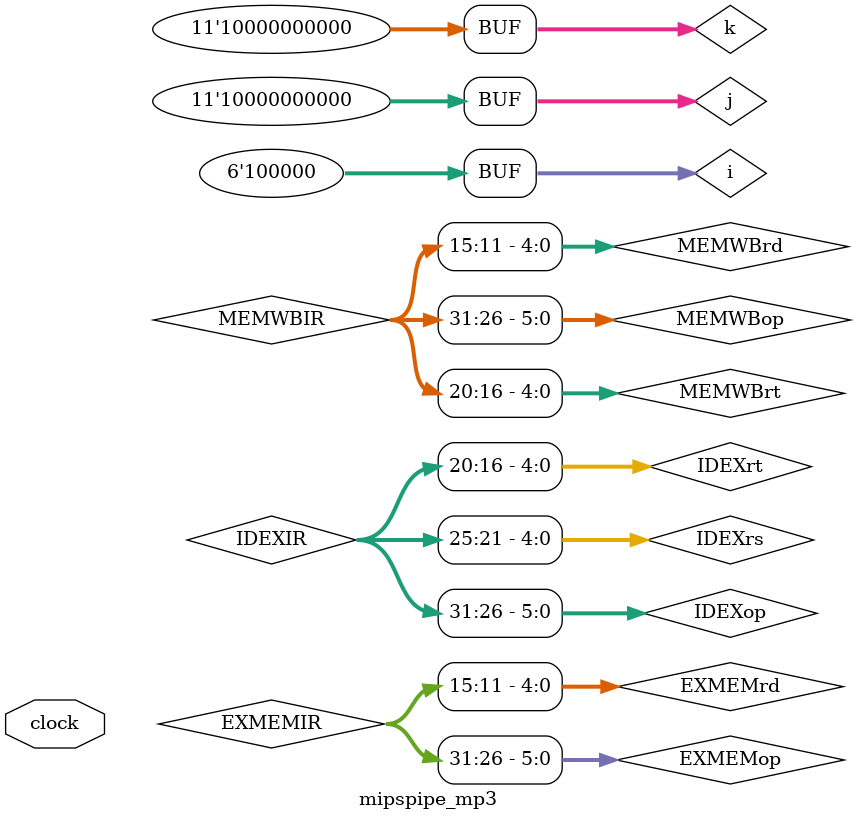
<source format=v>

module mipspipe_mp3  (clock);
  // in_out
input clock;

  // Instruction opcodes
parameter LW = 6'b100011, SW = 6'b101011, BEQ=6'b000100, nop = 32'b00000_100000, ALUop=6'b0;

 reg[31:0] PC, Regs[0:31], IMemory[0:1023], DMemory[0:1023], // separate memories
 					                    // instruction and data memories
IFIDIR, IDEXA, IDEXB, IDEXIR, EXMEMIR, EXMEMB, // pipeline registers// pipeline latches
 EXMEMALUOut, MEMWBValue, MEMWBIR; // pipeline registers// pipeline latches


 wire [4:0] IDEXrs, IDEXrt, EXMEMrd, MEMWBrd, MEMWBrt; //hold register fields
 wire [5:0] EXMEMop, MEMWBop, IDEXop; //Hold opcodes
 wire [31:0] Ain, Bin;

// declare the bypass signals// wire stall IS ADDED
 wire stall, bypassAfromMEM, bypassAfromALUinWB,bypassBfromMEM, bypassBfromALUinWB,
 bypassAfromLWinWB, bypassBfromLWinWB;


 // Define fields of pipeline latches
   assign IDEXrs = IDEXIR[25:21]; // rs field
   assign IDEXrt = IDEXIR[20:16]; // rt field
   assign EXMEMrd = EXMEMIR[15:11]; // rd field
   assign MEMWBrd = MEMWBIR[15:11]; // rd field
   assign MEMWBrt = MEMWBIR[20:16]; // rt field -- for loads
   assign EXMEMop = EXMEMIR[31:26]; // opcode
   assign MEMWBop = MEMWBIR[31:26]; // opcode
   assign IDEXop = IDEXIR[31:26]; // opcode
  



 // The bypass to input A from the MEM stage for an ALU operation
 assign bypassAfromMEM = (IDEXrs == EXMEMrd) & (IDEXrs!=0) & (EXMEMop==ALUop); // yes, bypass

 // The bypass to input Bfrom the MEM stage for an ALU operation
 assign bypassBfromMEM = (IDEXrt== EXMEMrd)&(IDEXrt!=0) & (EXMEMop==ALUop); // yes, bypass

 // The bypass to input A from the WB stage for an ALU operation
 assign bypassAfromALUinWB =( IDEXrs == MEMWBrd) & (IDEXrs!=0) & (MEMWBop==ALUop);

 // The bypass to input B from the WB stage for an ALU operation
 assign bypassBfromALUinWB = (IDEXrt==MEMWBrd) & (IDEXrt!=0) & (MEMWBop==ALUop); 
 // The bypass to input A from the WB stage for an LW operation
 assign bypassAfromLWinWB =( IDEXrs ==MEMWBIR[20:16]) & (IDEXrs!=0) & (MEMWBop==LW);
 // The bypass to input B from the WB stage for an LW operation
 assign bypassBfromLWinWB = (IDEXrt==MEMWBIR[20:16]) & (IDEXrt!=0) & (MEMWBop==LW);



 // The A input to the ALU is bypassed from MEM if there is a bypass there,
 // Otherwise from WB if there is a bypass there, and otherwise comes from the IDEX register

 assign Ain = bypassAfromMEM? EXMEMALUOut :
 (bypassAfromALUinWB | bypassAfromLWinWB)? MEMWBValue : IDEXA;
 
// The B input to the ALU is bypassed from MEM if there is a bypass there,
 // Otherwise from WB if there is a bypass there, and otherwise comes from the IDEX register
 assign Bin = bypassBfromMEM? EXMEMALUOut :
 (bypassBfromALUinWB | bypassBfromLWinWB)? MEMWBValue: IDEXB;

// The signal for detecting a stall based on the use of a result from LW
 assign stall = (MEMWBIR[31:26]==LW) && // source instruction is a load
 ((((IDEXop==LW)|(IDEXop==SW)) && (IDEXrs==MEMWBrd)) | // stall for address calc
((IDEXop==ALUop) && ((IDEXrs==MEMWBrd)|(IDEXrt==MEMWBrd)))); // ALU use


  reg [5:0] i;//,j,k; //used to initialize registers
 reg [10:0] j,k; // used to initialize memories
 


 initial begin
 PC = 0;
 IFIDIR=nop; 
 IDEXIR=nop; 
 EXMEMIR=nop;
 MEMWBIR=nop; // put no-ops in pipeline registers

   for (i = 0;i<=31;i = i+1) Regs[i] = i; // initialize latches
  
    IMemory[0] = 32'h00412820;
    IMemory[1] = 32'h8ca30004;
    IMemory[2] = 32'haca70005;
    IMemory[3] = 32'h00602020;
    IMemory[4] = 32'h01093020;
    IMemory[5] = 32'hac06000c;  
    IMemory[6] = 32'h00c05020;
    IMemory[7] = 32'h8c0b0010;
    IMemory[8] = 32'h00000020;  
    IMemory[9] = 32'h002b6020;
    for (j=10; j<=1023; j=j+1) IMemory[j] = nop;
    
    DMemory[0] = 32'h00000000;
    DMemory[1] = 32'hffffffff;
    DMemory[2] = 32'h00000000;
    DMemory[3] = 32'h00000000;
    DMemory[4] = 32'hfffffffe;
    for (k=5; k<=1023; k=k+1) DMemory[k] = 0;
  end

//for (i=0;i<=31;i=i+1) Regs[i] = i; //initialize registers--just so they aren’t cares
// end

 always @ (posedge clock) 
 begin



	// FETCH: Fetch instruction & update PC
 if (~stall) begin // the first three pipeline stages stall if there is a load hazard

 // first instruction in the pipeline is being fetched
 IFIDIR <= IMemory[PC>>2];
 PC <= PC + 4;


    // DECODE: Read registers
 //IDEXA <= Regs[IFIDIR[25:21]]; 
 //IDEXB <= Regs[IFIDIR[20:16]];
 IDEXIR <= IFIDIR; //pass along IR--come happen anywhere, since this affects next stage only!

 // second instruction is in register fetch
 IDEXA <= Regs[IFIDIR[25:21]]; IDEXB <= Regs[IFIDIR[20:16]]; // get two registers

 // third instruction is doing address calculation or ALU operation
 if ((IDEXop==LW) |(IDEXop==SW)) // address calculation & copy B
 	EXMEMALUOut <= IDEXA +{{16{IDEXIR[15]}}, IDEXIR[15:0]};
 else if (IDEXop==ALUop)
 	case (IDEXIR[5:0]) //case for the various R-type instructions
 	 	32: EXMEMALUOut <= Ain + Bin; //add operation
 		default: ; //other R-type operations: subtract, SLT, etc.
 	endcase
 EXMEMIR <= IDEXIR;
 EXMEMB <= IDEXB; //pass along the IR & B register
 end
 else EXMEMIR <= nop; //Freeze first three stages of pipeline; inject a nop into the EX output

 //Mem stage of pipeline
 if (EXMEMop==ALUop) MEMWBValue <= EXMEMALUOut; //pass along ALU result
 else if (EXMEMop == LW) MEMWBValue <= DMemory[EXMEMALUOut>>2];
 else if (EXMEMop == SW) DMemory[EXMEMALUOut>>2] <=EXMEMB; //store
 
MEMWBIR <= EXMEMIR; //pass along IR

 // the WB stage
 if ((MEMWBop==ALUop) & (MEMWBrd != 0)) // update latches if ALU operation and destination not 0
 Regs[MEMWBrd] <= MEMWBValue; // ALU operation
 else if ((EXMEMop == LW)& (MEMWBrt != 0)) // Update latches if load and destination not 0
 Regs[MEMWBrt] <= MEMWBValue;
 
end

endmodule

</source>
